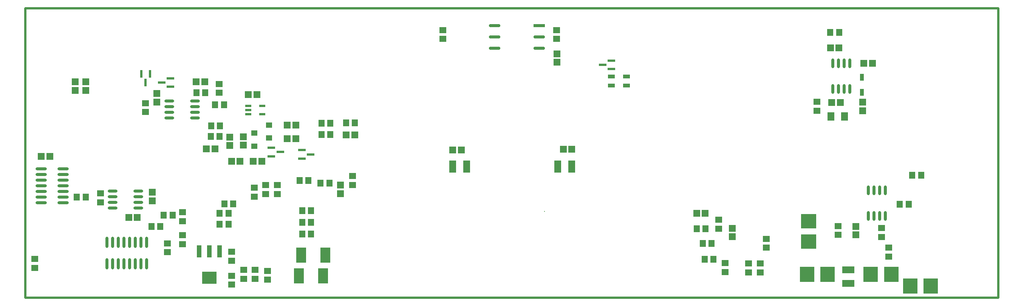
<source format=gbp>
G04*
G04 #@! TF.GenerationSoftware,Altium Limited,Altium Designer,22.6.1 (34)*
G04*
G04 Layer_Color=128*
%FSLAX43Y43*%
%MOMM*%
G71*
G04*
G04 #@! TF.SameCoordinates,2E3A46DB-1EF5-4CD4-91FC-F2C1E03D2978*
G04*
G04*
G04 #@! TF.FilePolarity,Positive*
G04*
G01*
G75*
%ADD13C,0.500*%
%ADD15R,1.600X1.500*%
%ADD17R,1.400X1.500*%
%ADD18O,2.600X0.700*%
%ADD19R,2.600X0.700*%
%ADD20R,1.500X1.400*%
%ADD21R,1.500X1.600*%
%ADD22R,1.800X0.600*%
%ADD23R,0.600X1.800*%
%ADD25O,0.700X2.500*%
%ADD26O,0.600X2.200*%
%ADD27O,2.200X0.600*%
%ADD28R,1.500X1.900*%
%ADD29R,3.300X2.700*%
%ADD30R,1.000X2.700*%
%ADD31R,2.200X3.500*%
%ADD98R,1.600X0.850*%
%ADD99R,1.350X0.600*%
%ADD100R,0.152X0.152*%
%ADD101R,0.850X1.600*%
%ADD102R,1.400X1.300*%
%ADD103R,3.200X3.500*%
%ADD104R,3.500X3.200*%
%ADD105O,2.500X0.700*%
%ADD106R,1.500X2.800*%
%ADD107R,2.800X1.500*%
D13*
X97502Y93000D02*
X315500D01*
X315500Y158000D02*
X315500Y93000D01*
X97502Y158000D02*
X315500D01*
X97502D02*
X97502Y93000D01*
D15*
X126900Y138850D02*
D03*
Y136950D02*
D03*
X168100Y118250D02*
D03*
X168100Y116350D02*
D03*
X216600Y147750D02*
D03*
X216600Y145850D02*
D03*
X125900Y116650D02*
D03*
X125900Y114750D02*
D03*
X143300Y129050D02*
D03*
X143300Y127150D02*
D03*
X146300Y129150D02*
D03*
X146300Y127250D02*
D03*
X108667Y139550D02*
D03*
X108667Y141450D02*
D03*
X110978Y139550D02*
D03*
X110978Y141450D02*
D03*
X255900Y106650D02*
D03*
X255900Y108550D02*
D03*
X285101Y134990D02*
D03*
X285101Y136890D02*
D03*
X283576Y107110D02*
D03*
X283576Y109010D02*
D03*
D17*
X295400Y114000D02*
D03*
X293400D02*
D03*
X298200Y120500D02*
D03*
X296200D02*
D03*
X163800Y132200D02*
D03*
X165800D02*
D03*
X160900Y119300D02*
D03*
X158900D02*
D03*
X163600Y118700D02*
D03*
X165600Y118700D02*
D03*
X139000Y129200D02*
D03*
X141000Y129200D02*
D03*
X141100Y131600D02*
D03*
X139100D02*
D03*
X137800Y139000D02*
D03*
X135800Y139000D02*
D03*
X140000Y136300D02*
D03*
X142000Y136300D02*
D03*
X142050Y114093D02*
D03*
X144050Y114093D02*
D03*
X108978Y115543D02*
D03*
X110978D02*
D03*
X159500Y112500D02*
D03*
X161500D02*
D03*
X161500Y107300D02*
D03*
X159500Y107300D02*
D03*
X141000Y109500D02*
D03*
X143000D02*
D03*
X141000Y111900D02*
D03*
X143000Y111900D02*
D03*
X161500Y109900D02*
D03*
X159500D02*
D03*
X163800Y129600D02*
D03*
X125700Y109000D02*
D03*
X127700D02*
D03*
X251254Y105152D02*
D03*
X249254D02*
D03*
X247900Y108500D02*
D03*
X249900Y108500D02*
D03*
X251654Y101652D02*
D03*
X249654D02*
D03*
X279801Y152540D02*
D03*
X277801D02*
D03*
X165800Y129600D02*
D03*
X171331Y132246D02*
D03*
X169331Y132246D02*
D03*
X128454Y111500D02*
D03*
X130454D02*
D03*
D18*
X212600Y151600D02*
D03*
Y149060D02*
D03*
X202600D02*
D03*
Y154140D02*
D03*
Y151600D02*
D03*
D19*
X212600Y154140D02*
D03*
D20*
X124400Y136700D02*
D03*
X124400Y134700D02*
D03*
X170800Y118300D02*
D03*
X170800Y120300D02*
D03*
X216500Y151100D02*
D03*
X191000Y151100D02*
D03*
X191000Y153100D02*
D03*
X216500D02*
D03*
X99600Y101700D02*
D03*
Y99700D02*
D03*
X140900Y139000D02*
D03*
X140900Y141000D02*
D03*
X114300Y114400D02*
D03*
Y116400D02*
D03*
X132700Y112200D02*
D03*
X132700Y110200D02*
D03*
X129300Y105200D02*
D03*
Y103200D02*
D03*
X132700Y107000D02*
D03*
X132700Y105000D02*
D03*
X143700Y103300D02*
D03*
Y101300D02*
D03*
Y97900D02*
D03*
Y95900D02*
D03*
X146400Y99200D02*
D03*
Y97200D02*
D03*
X148900Y99200D02*
D03*
Y97200D02*
D03*
X151700Y99000D02*
D03*
Y97000D02*
D03*
X148800Y115700D02*
D03*
Y117700D02*
D03*
X151300Y116300D02*
D03*
Y118300D02*
D03*
X153900Y118300D02*
D03*
Y116300D02*
D03*
X252806Y108493D02*
D03*
X252806Y110493D02*
D03*
X262154Y100652D02*
D03*
X262154Y98652D02*
D03*
X263480Y104221D02*
D03*
X263480Y106221D02*
D03*
X254254Y100752D02*
D03*
Y98752D02*
D03*
X259554Y100652D02*
D03*
X259554Y98652D02*
D03*
X279600Y109100D02*
D03*
Y107100D02*
D03*
X289300Y108600D02*
D03*
X289300Y106600D02*
D03*
X290900Y104200D02*
D03*
Y102200D02*
D03*
X274800Y137000D02*
D03*
Y135000D02*
D03*
D21*
X137650Y141500D02*
D03*
X135750D02*
D03*
X149350Y138600D02*
D03*
X147450Y138600D02*
D03*
X143650Y123600D02*
D03*
X145550D02*
D03*
X150450D02*
D03*
X148550Y123600D02*
D03*
X158076Y128725D02*
D03*
X156176Y128725D02*
D03*
X158076Y131725D02*
D03*
X156176Y131725D02*
D03*
X102956Y124700D02*
D03*
X101056D02*
D03*
X279751Y149140D02*
D03*
X277851Y149140D02*
D03*
X249804Y111952D02*
D03*
X247904Y111952D02*
D03*
X169381Y129546D02*
D03*
X171281Y129546D02*
D03*
X120650Y111000D02*
D03*
X122550Y111000D02*
D03*
X285351Y145640D02*
D03*
X287251Y145640D02*
D03*
X280051Y136840D02*
D03*
X278151Y136840D02*
D03*
X139950Y126433D02*
D03*
X138050Y126433D02*
D03*
X193250Y126200D02*
D03*
X195150Y126200D02*
D03*
X219907Y126355D02*
D03*
X218007Y126355D02*
D03*
D22*
X228800Y146250D02*
D03*
Y144350D02*
D03*
X226800Y145300D02*
D03*
X130000Y142250D02*
D03*
X130000Y140350D02*
D03*
X128000Y141300D02*
D03*
X154600Y125700D02*
D03*
X152600Y126650D02*
D03*
Y124750D02*
D03*
X161400Y125183D02*
D03*
X159400Y126133D02*
D03*
X159400Y124233D02*
D03*
D23*
X124413Y141300D02*
D03*
X125363Y143300D02*
D03*
X123463Y143300D02*
D03*
D25*
X124644Y100553D02*
D03*
X123374D02*
D03*
X122104D02*
D03*
X120834D02*
D03*
X119564D02*
D03*
X118294D02*
D03*
X117024D02*
D03*
X115754D02*
D03*
X124644Y105453D02*
D03*
X123374D02*
D03*
X122104D02*
D03*
X120834D02*
D03*
X119564D02*
D03*
X118294D02*
D03*
X117024D02*
D03*
X115754D02*
D03*
D26*
X286357Y117071D02*
D03*
X287627D02*
D03*
X288897D02*
D03*
X290167D02*
D03*
X286357Y111321D02*
D03*
X287627Y111321D02*
D03*
X288897Y111321D02*
D03*
X290167D02*
D03*
X278396Y145615D02*
D03*
X279666Y145615D02*
D03*
X280936Y145615D02*
D03*
X282206Y145615D02*
D03*
X278396Y139865D02*
D03*
X279666Y139865D02*
D03*
X280936D02*
D03*
X282206Y139865D02*
D03*
D27*
X135475Y137205D02*
D03*
X135475Y135935D02*
D03*
X135475Y134665D02*
D03*
Y133395D02*
D03*
X129725Y137205D02*
D03*
X129725Y135935D02*
D03*
X129725Y134665D02*
D03*
X129725Y133395D02*
D03*
X117057Y113123D02*
D03*
X117057Y114393D02*
D03*
X117057Y115663D02*
D03*
X117057Y116933D02*
D03*
X122807Y113123D02*
D03*
X122807Y114393D02*
D03*
X122807Y115663D02*
D03*
Y116933D02*
D03*
D28*
X277950Y133700D02*
D03*
X281050Y133700D02*
D03*
D29*
X138700Y97450D02*
D03*
D30*
X141000Y103350D02*
D03*
X138700Y103350D02*
D03*
X136400Y103350D02*
D03*
D31*
X164200Y97900D02*
D03*
X158800Y97900D02*
D03*
X159300Y102500D02*
D03*
X164700Y102500D02*
D03*
D98*
X228800Y142700D02*
D03*
X232200D02*
D03*
Y140600D02*
D03*
X228800D02*
D03*
D99*
X150575Y134175D02*
D03*
Y136075D02*
D03*
X147425D02*
D03*
X147425Y135125D02*
D03*
X147425Y134175D02*
D03*
D100*
X213756Y112330D02*
D03*
D101*
X284900Y139100D02*
D03*
Y142500D02*
D03*
D102*
X148800Y127050D02*
D03*
Y129950D02*
D03*
X152100Y131750D02*
D03*
Y128850D02*
D03*
D103*
X295750Y95625D02*
D03*
X300350D02*
D03*
X291500Y98200D02*
D03*
X286900Y98200D02*
D03*
X272600D02*
D03*
X277200Y98200D02*
D03*
D104*
X272975Y105600D02*
D03*
Y110200D02*
D03*
D105*
X101025Y114273D02*
D03*
X101025Y115543D02*
D03*
X101025Y116813D02*
D03*
X101025Y118083D02*
D03*
X101025Y119353D02*
D03*
X101025Y120623D02*
D03*
X101025Y121893D02*
D03*
X105925Y114273D02*
D03*
X105925Y115543D02*
D03*
X105925Y116813D02*
D03*
X105925Y118083D02*
D03*
Y119353D02*
D03*
X105925Y120623D02*
D03*
X105925Y121893D02*
D03*
D106*
X219850Y122400D02*
D03*
X216750Y122400D02*
D03*
X193252Y122457D02*
D03*
X196352Y122457D02*
D03*
D107*
X281844Y96166D02*
D03*
X281844Y99266D02*
D03*
M02*

</source>
